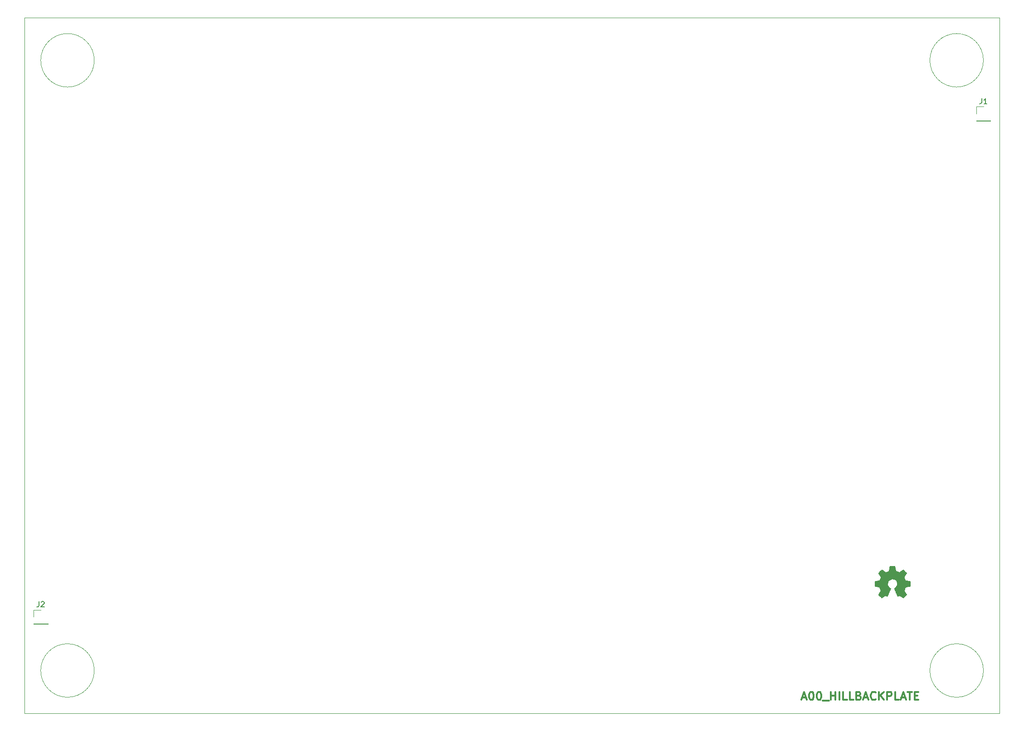
<source format=gbr>
%TF.GenerationSoftware,KiCad,Pcbnew,6.0.11-2627ca5db0~126~ubuntu20.04.1*%
%TF.CreationDate,2024-08-05T23:26:07-05:00*%
%TF.ProjectId,a00_hilbackplate,6130305f-6869-46c6-9261-636b706c6174,rev?*%
%TF.SameCoordinates,Original*%
%TF.FileFunction,Legend,Top*%
%TF.FilePolarity,Positive*%
%FSLAX46Y46*%
G04 Gerber Fmt 4.6, Leading zero omitted, Abs format (unit mm)*
G04 Created by KiCad (PCBNEW 6.0.11-2627ca5db0~126~ubuntu20.04.1) date 2024-08-05 23:26:07*
%MOMM*%
%LPD*%
G01*
G04 APERTURE LIST*
%TA.AperFunction,Profile*%
%ADD10C,0.100000*%
%TD*%
%ADD11C,0.300000*%
%ADD12C,0.150000*%
%ADD13C,0.120000*%
%ADD14C,0.010000*%
G04 APERTURE END LIST*
D10*
X20000000Y-20000000D02*
X20000000Y-150000000D01*
X199000000Y-28000000D02*
G75*
G03*
X199000000Y-28000000I-5000000J0D01*
G01*
X33000000Y-28000000D02*
G75*
G03*
X33000000Y-28000000I-5000000J0D01*
G01*
X202000000Y-20000000D02*
X202000000Y-150000000D01*
X199000000Y-142000000D02*
G75*
G03*
X199000000Y-142000000I-5000000J0D01*
G01*
X20000000Y-20000000D02*
X202000000Y-20000000D01*
X20000000Y-150000000D02*
X202000000Y-150000000D01*
X33000000Y-142000000D02*
G75*
G03*
X33000000Y-142000000I-5000000J0D01*
G01*
D11*
X165164857Y-147062000D02*
X165879142Y-147062000D01*
X165022000Y-147490571D02*
X165522000Y-145990571D01*
X166022000Y-147490571D01*
X166807714Y-145990571D02*
X166950571Y-145990571D01*
X167093428Y-146062000D01*
X167164857Y-146133428D01*
X167236285Y-146276285D01*
X167307714Y-146562000D01*
X167307714Y-146919142D01*
X167236285Y-147204857D01*
X167164857Y-147347714D01*
X167093428Y-147419142D01*
X166950571Y-147490571D01*
X166807714Y-147490571D01*
X166664857Y-147419142D01*
X166593428Y-147347714D01*
X166522000Y-147204857D01*
X166450571Y-146919142D01*
X166450571Y-146562000D01*
X166522000Y-146276285D01*
X166593428Y-146133428D01*
X166664857Y-146062000D01*
X166807714Y-145990571D01*
X168236285Y-145990571D02*
X168379142Y-145990571D01*
X168522000Y-146062000D01*
X168593428Y-146133428D01*
X168664857Y-146276285D01*
X168736285Y-146562000D01*
X168736285Y-146919142D01*
X168664857Y-147204857D01*
X168593428Y-147347714D01*
X168522000Y-147419142D01*
X168379142Y-147490571D01*
X168236285Y-147490571D01*
X168093428Y-147419142D01*
X168022000Y-147347714D01*
X167950571Y-147204857D01*
X167879142Y-146919142D01*
X167879142Y-146562000D01*
X167950571Y-146276285D01*
X168022000Y-146133428D01*
X168093428Y-146062000D01*
X168236285Y-145990571D01*
X169022000Y-147633428D02*
X170164857Y-147633428D01*
X170522000Y-147490571D02*
X170522000Y-145990571D01*
X170522000Y-146704857D02*
X171379142Y-146704857D01*
X171379142Y-147490571D02*
X171379142Y-145990571D01*
X172093428Y-147490571D02*
X172093428Y-145990571D01*
X173522000Y-147490571D02*
X172807714Y-147490571D01*
X172807714Y-145990571D01*
X174736285Y-147490571D02*
X174022000Y-147490571D01*
X174022000Y-145990571D01*
X175736285Y-146704857D02*
X175950571Y-146776285D01*
X176022000Y-146847714D01*
X176093428Y-146990571D01*
X176093428Y-147204857D01*
X176022000Y-147347714D01*
X175950571Y-147419142D01*
X175807714Y-147490571D01*
X175236285Y-147490571D01*
X175236285Y-145990571D01*
X175736285Y-145990571D01*
X175879142Y-146062000D01*
X175950571Y-146133428D01*
X176022000Y-146276285D01*
X176022000Y-146419142D01*
X175950571Y-146562000D01*
X175879142Y-146633428D01*
X175736285Y-146704857D01*
X175236285Y-146704857D01*
X176664857Y-147062000D02*
X177379142Y-147062000D01*
X176522000Y-147490571D02*
X177022000Y-145990571D01*
X177522000Y-147490571D01*
X178879142Y-147347714D02*
X178807714Y-147419142D01*
X178593428Y-147490571D01*
X178450571Y-147490571D01*
X178236285Y-147419142D01*
X178093428Y-147276285D01*
X178022000Y-147133428D01*
X177950571Y-146847714D01*
X177950571Y-146633428D01*
X178022000Y-146347714D01*
X178093428Y-146204857D01*
X178236285Y-146062000D01*
X178450571Y-145990571D01*
X178593428Y-145990571D01*
X178807714Y-146062000D01*
X178879142Y-146133428D01*
X179522000Y-147490571D02*
X179522000Y-145990571D01*
X180379142Y-147490571D02*
X179736285Y-146633428D01*
X180379142Y-145990571D02*
X179522000Y-146847714D01*
X181022000Y-147490571D02*
X181022000Y-145990571D01*
X181593428Y-145990571D01*
X181736285Y-146062000D01*
X181807714Y-146133428D01*
X181879142Y-146276285D01*
X181879142Y-146490571D01*
X181807714Y-146633428D01*
X181736285Y-146704857D01*
X181593428Y-146776285D01*
X181022000Y-146776285D01*
X183236285Y-147490571D02*
X182522000Y-147490571D01*
X182522000Y-145990571D01*
X183664857Y-147062000D02*
X184379142Y-147062000D01*
X183522000Y-147490571D02*
X184022000Y-145990571D01*
X184522000Y-147490571D01*
X184807714Y-145990571D02*
X185664857Y-145990571D01*
X185236285Y-147490571D02*
X185236285Y-145990571D01*
X186164857Y-146704857D02*
X186664857Y-146704857D01*
X186879142Y-147490571D02*
X186164857Y-147490571D01*
X186164857Y-145990571D01*
X186879142Y-145990571D01*
D12*
%TO.C,J1*%
X198666666Y-35122380D02*
X198666666Y-35836666D01*
X198619047Y-35979523D01*
X198523809Y-36074761D01*
X198380952Y-36122380D01*
X198285714Y-36122380D01*
X199666666Y-36122380D02*
X199095238Y-36122380D01*
X199380952Y-36122380D02*
X199380952Y-35122380D01*
X199285714Y-35265238D01*
X199190476Y-35360476D01*
X199095238Y-35408095D01*
%TO.C,J2*%
X22666666Y-129122380D02*
X22666666Y-129836666D01*
X22619047Y-129979523D01*
X22523809Y-130074761D01*
X22380952Y-130122380D01*
X22285714Y-130122380D01*
X23095238Y-129217619D02*
X23142857Y-129170000D01*
X23238095Y-129122380D01*
X23476190Y-129122380D01*
X23571428Y-129170000D01*
X23619047Y-129217619D01*
X23666666Y-129312857D01*
X23666666Y-129408095D01*
X23619047Y-129550952D01*
X23047619Y-130122380D01*
X23666666Y-130122380D01*
D13*
%TO.C,J1*%
X197670000Y-39270000D02*
X200330000Y-39270000D01*
X200330000Y-39270000D02*
X200330000Y-39330000D01*
X197670000Y-39330000D02*
X200330000Y-39330000D01*
X197670000Y-39270000D02*
X197670000Y-39330000D01*
X197670000Y-38000000D02*
X197670000Y-36670000D01*
X197670000Y-36670000D02*
X199000000Y-36670000D01*
%TO.C,REF\u002A\u002A*%
G36*
X182546814Y-122944931D02*
G01*
X182630635Y-123389555D01*
X182939920Y-123517053D01*
X183249206Y-123644551D01*
X183620246Y-123392246D01*
X183724157Y-123321996D01*
X183818087Y-123259272D01*
X183897652Y-123206938D01*
X183958470Y-123167857D01*
X183996157Y-123144893D01*
X184006421Y-123139942D01*
X184024910Y-123152676D01*
X184064420Y-123187882D01*
X184120522Y-123241062D01*
X184188787Y-123307718D01*
X184264786Y-123383354D01*
X184344092Y-123463472D01*
X184422275Y-123543574D01*
X184494907Y-123619164D01*
X184557559Y-123685745D01*
X184605803Y-123738818D01*
X184635210Y-123773887D01*
X184642241Y-123785623D01*
X184632123Y-123807260D01*
X184603759Y-123854662D01*
X184560129Y-123923193D01*
X184504218Y-124008215D01*
X184439006Y-124105093D01*
X184401219Y-124160350D01*
X184332343Y-124261248D01*
X184271140Y-124352299D01*
X184220578Y-124428970D01*
X184183628Y-124486728D01*
X184163258Y-124521043D01*
X184160197Y-124528254D01*
X184167136Y-124548748D01*
X184186051Y-124596513D01*
X184214087Y-124664832D01*
X184248391Y-124746989D01*
X184286109Y-124836270D01*
X184324387Y-124925958D01*
X184360370Y-125009338D01*
X184391206Y-125079694D01*
X184414039Y-125130310D01*
X184426017Y-125154471D01*
X184426724Y-125155422D01*
X184445531Y-125160036D01*
X184495618Y-125170328D01*
X184571793Y-125185287D01*
X184668865Y-125203901D01*
X184781643Y-125225159D01*
X184847442Y-125237418D01*
X184967950Y-125260362D01*
X185076797Y-125282195D01*
X185168476Y-125301722D01*
X185237481Y-125317748D01*
X185278304Y-125329079D01*
X185286511Y-125332674D01*
X185294548Y-125357006D01*
X185301033Y-125411959D01*
X185305970Y-125491108D01*
X185309364Y-125588026D01*
X185311218Y-125696287D01*
X185311538Y-125809465D01*
X185310327Y-125921135D01*
X185307590Y-126024868D01*
X185303331Y-126114241D01*
X185297555Y-126182826D01*
X185290267Y-126224197D01*
X185285895Y-126232810D01*
X185259764Y-126243133D01*
X185204393Y-126257892D01*
X185127107Y-126275352D01*
X185035230Y-126293780D01*
X185003158Y-126299741D01*
X184848524Y-126328066D01*
X184726375Y-126350876D01*
X184632673Y-126369080D01*
X184563384Y-126383583D01*
X184514471Y-126395292D01*
X184481897Y-126405115D01*
X184461628Y-126413956D01*
X184449626Y-126422724D01*
X184447947Y-126424457D01*
X184431184Y-126452371D01*
X184405614Y-126506695D01*
X184373788Y-126580777D01*
X184338260Y-126667965D01*
X184301583Y-126761608D01*
X184266311Y-126855052D01*
X184234996Y-126941647D01*
X184210193Y-127014740D01*
X184194454Y-127067678D01*
X184190332Y-127093811D01*
X184190676Y-127094726D01*
X184204641Y-127116086D01*
X184236322Y-127163084D01*
X184282391Y-127230827D01*
X184339518Y-127314423D01*
X184404373Y-127408982D01*
X184422843Y-127435854D01*
X184488699Y-127533275D01*
X184546650Y-127622163D01*
X184593538Y-127697412D01*
X184626207Y-127753920D01*
X184641500Y-127786581D01*
X184642241Y-127790593D01*
X184629392Y-127811684D01*
X184593888Y-127853464D01*
X184540293Y-127911445D01*
X184473171Y-127981135D01*
X184397087Y-128058045D01*
X184316604Y-128137683D01*
X184236287Y-128215561D01*
X184160699Y-128287186D01*
X184094405Y-128348070D01*
X184041969Y-128393721D01*
X184007955Y-128419650D01*
X183998545Y-128423883D01*
X183976643Y-128413912D01*
X183931800Y-128387020D01*
X183871321Y-128347736D01*
X183824789Y-128316117D01*
X183740475Y-128258098D01*
X183640626Y-128189784D01*
X183540473Y-128121579D01*
X183486627Y-128085075D01*
X183304371Y-127961800D01*
X183151381Y-128044520D01*
X183081682Y-128080759D01*
X183022414Y-128108926D01*
X182982311Y-128124991D01*
X182972103Y-128127226D01*
X182959829Y-128110722D01*
X182935613Y-128064082D01*
X182901263Y-127991609D01*
X182858588Y-127897606D01*
X182809394Y-127786374D01*
X182755490Y-127662215D01*
X182698684Y-127529432D01*
X182640782Y-127392327D01*
X182583593Y-127255202D01*
X182528924Y-127122358D01*
X182478584Y-126998098D01*
X182434380Y-126886725D01*
X182398119Y-126792539D01*
X182371609Y-126719844D01*
X182356658Y-126672941D01*
X182354254Y-126656833D01*
X182373311Y-126636286D01*
X182415036Y-126602933D01*
X182470706Y-126563702D01*
X182475378Y-126560599D01*
X182619264Y-126445423D01*
X182735283Y-126311053D01*
X182822430Y-126161784D01*
X182879699Y-126001913D01*
X182906086Y-125835737D01*
X182900585Y-125667552D01*
X182862190Y-125501655D01*
X182789895Y-125342342D01*
X182768626Y-125307487D01*
X182657996Y-125166737D01*
X182527302Y-125053714D01*
X182381064Y-124969003D01*
X182223808Y-124913194D01*
X182060057Y-124886874D01*
X181894333Y-124890630D01*
X181731162Y-124925050D01*
X181575065Y-124990723D01*
X181430567Y-125088235D01*
X181385869Y-125127813D01*
X181272112Y-125251703D01*
X181189218Y-125382124D01*
X181132356Y-125528315D01*
X181100687Y-125673088D01*
X181092869Y-125835860D01*
X181118938Y-125999440D01*
X181176245Y-126158298D01*
X181262144Y-126306906D01*
X181373986Y-126439735D01*
X181509123Y-126551256D01*
X181526883Y-126563011D01*
X181583150Y-126601508D01*
X181625923Y-126634863D01*
X181646372Y-126656160D01*
X181646669Y-126656833D01*
X181642279Y-126679871D01*
X181624876Y-126732157D01*
X181596268Y-126809390D01*
X181558265Y-126907268D01*
X181512674Y-127021491D01*
X181461303Y-127147758D01*
X181405962Y-127281767D01*
X181348458Y-127419218D01*
X181290601Y-127555808D01*
X181234198Y-127687237D01*
X181181058Y-127809205D01*
X181132990Y-127917409D01*
X181091801Y-128007549D01*
X181059301Y-128075323D01*
X181037297Y-128116430D01*
X181028436Y-128127226D01*
X181001360Y-128118819D01*
X180950697Y-128096272D01*
X180885183Y-128063613D01*
X180849159Y-128044520D01*
X180696168Y-127961800D01*
X180513912Y-128085075D01*
X180420875Y-128148228D01*
X180319015Y-128217727D01*
X180223562Y-128283165D01*
X180175750Y-128316117D01*
X180108505Y-128361273D01*
X180051564Y-128397057D01*
X180012354Y-128418938D01*
X179999619Y-128423563D01*
X179981083Y-128411085D01*
X179940059Y-128376252D01*
X179880525Y-128322678D01*
X179806458Y-128253983D01*
X179721835Y-128173781D01*
X179668315Y-128122286D01*
X179574681Y-128030286D01*
X179493759Y-127947999D01*
X179428823Y-127878945D01*
X179383142Y-127826644D01*
X179359989Y-127794616D01*
X179357768Y-127788116D01*
X179368076Y-127763394D01*
X179396561Y-127713405D01*
X179440063Y-127643212D01*
X179495423Y-127557875D01*
X179559480Y-127462456D01*
X179577697Y-127435854D01*
X179644073Y-127339167D01*
X179703622Y-127252117D01*
X179753016Y-127179595D01*
X179788925Y-127126493D01*
X179808019Y-127097703D01*
X179809864Y-127094726D01*
X179807105Y-127071782D01*
X179792462Y-127021336D01*
X179768487Y-126950041D01*
X179737734Y-126864547D01*
X179702756Y-126771507D01*
X179666107Y-126677574D01*
X179630339Y-126589399D01*
X179598006Y-126513634D01*
X179571662Y-126456931D01*
X179553858Y-126425943D01*
X179552593Y-126424457D01*
X179541706Y-126415601D01*
X179523318Y-126406843D01*
X179493394Y-126397277D01*
X179447897Y-126385996D01*
X179382791Y-126372093D01*
X179294039Y-126354663D01*
X179177607Y-126332798D01*
X179029458Y-126305591D01*
X178997382Y-126299741D01*
X178902314Y-126281374D01*
X178819435Y-126263405D01*
X178756070Y-126247569D01*
X178719542Y-126235600D01*
X178714644Y-126232810D01*
X178706573Y-126208072D01*
X178700013Y-126152790D01*
X178694967Y-126073389D01*
X178691441Y-125976296D01*
X178689439Y-125867938D01*
X178688964Y-125754740D01*
X178690023Y-125643128D01*
X178692618Y-125539529D01*
X178696754Y-125450368D01*
X178702437Y-125382072D01*
X178709669Y-125341066D01*
X178714029Y-125332674D01*
X178738302Y-125324208D01*
X178793574Y-125310435D01*
X178874338Y-125292550D01*
X178975088Y-125271748D01*
X179090317Y-125249223D01*
X179153098Y-125237418D01*
X179272213Y-125215151D01*
X179378435Y-125194979D01*
X179466573Y-125177915D01*
X179531434Y-125164969D01*
X179567826Y-125157155D01*
X179573816Y-125155422D01*
X179583939Y-125135890D01*
X179605338Y-125088843D01*
X179635161Y-125021003D01*
X179670555Y-124939091D01*
X179708668Y-124849828D01*
X179746647Y-124759935D01*
X179781640Y-124676135D01*
X179810794Y-124605147D01*
X179831257Y-124553694D01*
X179840177Y-124528497D01*
X179840343Y-124527396D01*
X179830231Y-124507519D01*
X179801883Y-124461777D01*
X179758277Y-124394717D01*
X179702394Y-124310884D01*
X179637213Y-124214826D01*
X179599321Y-124159650D01*
X179530275Y-124058481D01*
X179468950Y-123966630D01*
X179418337Y-123888744D01*
X179381429Y-123829469D01*
X179361218Y-123793451D01*
X179358299Y-123785377D01*
X179370847Y-123766584D01*
X179405537Y-123726457D01*
X179457937Y-123669493D01*
X179523616Y-123600185D01*
X179598144Y-123523031D01*
X179677087Y-123442525D01*
X179756017Y-123363163D01*
X179830500Y-123289440D01*
X179896106Y-123225852D01*
X179948404Y-123176894D01*
X179982961Y-123147061D01*
X179994522Y-123139942D01*
X180013346Y-123149953D01*
X180058369Y-123178078D01*
X180125213Y-123221454D01*
X180209501Y-123277218D01*
X180306856Y-123342506D01*
X180380293Y-123392246D01*
X180751333Y-123644551D01*
X181369905Y-123389555D01*
X181453725Y-122944931D01*
X181537546Y-122500307D01*
X182462994Y-122500307D01*
X182546814Y-122944931D01*
G37*
D14*
X182546814Y-122944931D02*
X182630635Y-123389555D01*
X182939920Y-123517053D01*
X183249206Y-123644551D01*
X183620246Y-123392246D01*
X183724157Y-123321996D01*
X183818087Y-123259272D01*
X183897652Y-123206938D01*
X183958470Y-123167857D01*
X183996157Y-123144893D01*
X184006421Y-123139942D01*
X184024910Y-123152676D01*
X184064420Y-123187882D01*
X184120522Y-123241062D01*
X184188787Y-123307718D01*
X184264786Y-123383354D01*
X184344092Y-123463472D01*
X184422275Y-123543574D01*
X184494907Y-123619164D01*
X184557559Y-123685745D01*
X184605803Y-123738818D01*
X184635210Y-123773887D01*
X184642241Y-123785623D01*
X184632123Y-123807260D01*
X184603759Y-123854662D01*
X184560129Y-123923193D01*
X184504218Y-124008215D01*
X184439006Y-124105093D01*
X184401219Y-124160350D01*
X184332343Y-124261248D01*
X184271140Y-124352299D01*
X184220578Y-124428970D01*
X184183628Y-124486728D01*
X184163258Y-124521043D01*
X184160197Y-124528254D01*
X184167136Y-124548748D01*
X184186051Y-124596513D01*
X184214087Y-124664832D01*
X184248391Y-124746989D01*
X184286109Y-124836270D01*
X184324387Y-124925958D01*
X184360370Y-125009338D01*
X184391206Y-125079694D01*
X184414039Y-125130310D01*
X184426017Y-125154471D01*
X184426724Y-125155422D01*
X184445531Y-125160036D01*
X184495618Y-125170328D01*
X184571793Y-125185287D01*
X184668865Y-125203901D01*
X184781643Y-125225159D01*
X184847442Y-125237418D01*
X184967950Y-125260362D01*
X185076797Y-125282195D01*
X185168476Y-125301722D01*
X185237481Y-125317748D01*
X185278304Y-125329079D01*
X185286511Y-125332674D01*
X185294548Y-125357006D01*
X185301033Y-125411959D01*
X185305970Y-125491108D01*
X185309364Y-125588026D01*
X185311218Y-125696287D01*
X185311538Y-125809465D01*
X185310327Y-125921135D01*
X185307590Y-126024868D01*
X185303331Y-126114241D01*
X185297555Y-126182826D01*
X185290267Y-126224197D01*
X185285895Y-126232810D01*
X185259764Y-126243133D01*
X185204393Y-126257892D01*
X185127107Y-126275352D01*
X185035230Y-126293780D01*
X185003158Y-126299741D01*
X184848524Y-126328066D01*
X184726375Y-126350876D01*
X184632673Y-126369080D01*
X184563384Y-126383583D01*
X184514471Y-126395292D01*
X184481897Y-126405115D01*
X184461628Y-126413956D01*
X184449626Y-126422724D01*
X184447947Y-126424457D01*
X184431184Y-126452371D01*
X184405614Y-126506695D01*
X184373788Y-126580777D01*
X184338260Y-126667965D01*
X184301583Y-126761608D01*
X184266311Y-126855052D01*
X184234996Y-126941647D01*
X184210193Y-127014740D01*
X184194454Y-127067678D01*
X184190332Y-127093811D01*
X184190676Y-127094726D01*
X184204641Y-127116086D01*
X184236322Y-127163084D01*
X184282391Y-127230827D01*
X184339518Y-127314423D01*
X184404373Y-127408982D01*
X184422843Y-127435854D01*
X184488699Y-127533275D01*
X184546650Y-127622163D01*
X184593538Y-127697412D01*
X184626207Y-127753920D01*
X184641500Y-127786581D01*
X184642241Y-127790593D01*
X184629392Y-127811684D01*
X184593888Y-127853464D01*
X184540293Y-127911445D01*
X184473171Y-127981135D01*
X184397087Y-128058045D01*
X184316604Y-128137683D01*
X184236287Y-128215561D01*
X184160699Y-128287186D01*
X184094405Y-128348070D01*
X184041969Y-128393721D01*
X184007955Y-128419650D01*
X183998545Y-128423883D01*
X183976643Y-128413912D01*
X183931800Y-128387020D01*
X183871321Y-128347736D01*
X183824789Y-128316117D01*
X183740475Y-128258098D01*
X183640626Y-128189784D01*
X183540473Y-128121579D01*
X183486627Y-128085075D01*
X183304371Y-127961800D01*
X183151381Y-128044520D01*
X183081682Y-128080759D01*
X183022414Y-128108926D01*
X182982311Y-128124991D01*
X182972103Y-128127226D01*
X182959829Y-128110722D01*
X182935613Y-128064082D01*
X182901263Y-127991609D01*
X182858588Y-127897606D01*
X182809394Y-127786374D01*
X182755490Y-127662215D01*
X182698684Y-127529432D01*
X182640782Y-127392327D01*
X182583593Y-127255202D01*
X182528924Y-127122358D01*
X182478584Y-126998098D01*
X182434380Y-126886725D01*
X182398119Y-126792539D01*
X182371609Y-126719844D01*
X182356658Y-126672941D01*
X182354254Y-126656833D01*
X182373311Y-126636286D01*
X182415036Y-126602933D01*
X182470706Y-126563702D01*
X182475378Y-126560599D01*
X182619264Y-126445423D01*
X182735283Y-126311053D01*
X182822430Y-126161784D01*
X182879699Y-126001913D01*
X182906086Y-125835737D01*
X182900585Y-125667552D01*
X182862190Y-125501655D01*
X182789895Y-125342342D01*
X182768626Y-125307487D01*
X182657996Y-125166737D01*
X182527302Y-125053714D01*
X182381064Y-124969003D01*
X182223808Y-124913194D01*
X182060057Y-124886874D01*
X181894333Y-124890630D01*
X181731162Y-124925050D01*
X181575065Y-124990723D01*
X181430567Y-125088235D01*
X181385869Y-125127813D01*
X181272112Y-125251703D01*
X181189218Y-125382124D01*
X181132356Y-125528315D01*
X181100687Y-125673088D01*
X181092869Y-125835860D01*
X181118938Y-125999440D01*
X181176245Y-126158298D01*
X181262144Y-126306906D01*
X181373986Y-126439735D01*
X181509123Y-126551256D01*
X181526883Y-126563011D01*
X181583150Y-126601508D01*
X181625923Y-126634863D01*
X181646372Y-126656160D01*
X181646669Y-126656833D01*
X181642279Y-126679871D01*
X181624876Y-126732157D01*
X181596268Y-126809390D01*
X181558265Y-126907268D01*
X181512674Y-127021491D01*
X181461303Y-127147758D01*
X181405962Y-127281767D01*
X181348458Y-127419218D01*
X181290601Y-127555808D01*
X181234198Y-127687237D01*
X181181058Y-127809205D01*
X181132990Y-127917409D01*
X181091801Y-128007549D01*
X181059301Y-128075323D01*
X181037297Y-128116430D01*
X181028436Y-128127226D01*
X181001360Y-128118819D01*
X180950697Y-128096272D01*
X180885183Y-128063613D01*
X180849159Y-128044520D01*
X180696168Y-127961800D01*
X180513912Y-128085075D01*
X180420875Y-128148228D01*
X180319015Y-128217727D01*
X180223562Y-128283165D01*
X180175750Y-128316117D01*
X180108505Y-128361273D01*
X180051564Y-128397057D01*
X180012354Y-128418938D01*
X179999619Y-128423563D01*
X179981083Y-128411085D01*
X179940059Y-128376252D01*
X179880525Y-128322678D01*
X179806458Y-128253983D01*
X179721835Y-128173781D01*
X179668315Y-128122286D01*
X179574681Y-128030286D01*
X179493759Y-127947999D01*
X179428823Y-127878945D01*
X179383142Y-127826644D01*
X179359989Y-127794616D01*
X179357768Y-127788116D01*
X179368076Y-127763394D01*
X179396561Y-127713405D01*
X179440063Y-127643212D01*
X179495423Y-127557875D01*
X179559480Y-127462456D01*
X179577697Y-127435854D01*
X179644073Y-127339167D01*
X179703622Y-127252117D01*
X179753016Y-127179595D01*
X179788925Y-127126493D01*
X179808019Y-127097703D01*
X179809864Y-127094726D01*
X179807105Y-127071782D01*
X179792462Y-127021336D01*
X179768487Y-126950041D01*
X179737734Y-126864547D01*
X179702756Y-126771507D01*
X179666107Y-126677574D01*
X179630339Y-126589399D01*
X179598006Y-126513634D01*
X179571662Y-126456931D01*
X179553858Y-126425943D01*
X179552593Y-126424457D01*
X179541706Y-126415601D01*
X179523318Y-126406843D01*
X179493394Y-126397277D01*
X179447897Y-126385996D01*
X179382791Y-126372093D01*
X179294039Y-126354663D01*
X179177607Y-126332798D01*
X179029458Y-126305591D01*
X178997382Y-126299741D01*
X178902314Y-126281374D01*
X178819435Y-126263405D01*
X178756070Y-126247569D01*
X178719542Y-126235600D01*
X178714644Y-126232810D01*
X178706573Y-126208072D01*
X178700013Y-126152790D01*
X178694967Y-126073389D01*
X178691441Y-125976296D01*
X178689439Y-125867938D01*
X178688964Y-125754740D01*
X178690023Y-125643128D01*
X178692618Y-125539529D01*
X178696754Y-125450368D01*
X178702437Y-125382072D01*
X178709669Y-125341066D01*
X178714029Y-125332674D01*
X178738302Y-125324208D01*
X178793574Y-125310435D01*
X178874338Y-125292550D01*
X178975088Y-125271748D01*
X179090317Y-125249223D01*
X179153098Y-125237418D01*
X179272213Y-125215151D01*
X179378435Y-125194979D01*
X179466573Y-125177915D01*
X179531434Y-125164969D01*
X179567826Y-125157155D01*
X179573816Y-125155422D01*
X179583939Y-125135890D01*
X179605338Y-125088843D01*
X179635161Y-125021003D01*
X179670555Y-124939091D01*
X179708668Y-124849828D01*
X179746647Y-124759935D01*
X179781640Y-124676135D01*
X179810794Y-124605147D01*
X179831257Y-124553694D01*
X179840177Y-124528497D01*
X179840343Y-124527396D01*
X179830231Y-124507519D01*
X179801883Y-124461777D01*
X179758277Y-124394717D01*
X179702394Y-124310884D01*
X179637213Y-124214826D01*
X179599321Y-124159650D01*
X179530275Y-124058481D01*
X179468950Y-123966630D01*
X179418337Y-123888744D01*
X179381429Y-123829469D01*
X179361218Y-123793451D01*
X179358299Y-123785377D01*
X179370847Y-123766584D01*
X179405537Y-123726457D01*
X179457937Y-123669493D01*
X179523616Y-123600185D01*
X179598144Y-123523031D01*
X179677087Y-123442525D01*
X179756017Y-123363163D01*
X179830500Y-123289440D01*
X179896106Y-123225852D01*
X179948404Y-123176894D01*
X179982961Y-123147061D01*
X179994522Y-123139942D01*
X180013346Y-123149953D01*
X180058369Y-123178078D01*
X180125213Y-123221454D01*
X180209501Y-123277218D01*
X180306856Y-123342506D01*
X180380293Y-123392246D01*
X180751333Y-123644551D01*
X181369905Y-123389555D01*
X181453725Y-122944931D01*
X181537546Y-122500307D01*
X182462994Y-122500307D01*
X182546814Y-122944931D01*
D13*
%TO.C,J2*%
X21670000Y-133270000D02*
X24330000Y-133270000D01*
X24330000Y-133270000D02*
X24330000Y-133330000D01*
X21670000Y-133330000D02*
X24330000Y-133330000D01*
X21670000Y-133270000D02*
X21670000Y-133330000D01*
X21670000Y-132000000D02*
X21670000Y-130670000D01*
X21670000Y-130670000D02*
X23000000Y-130670000D01*
%TD*%
M02*

</source>
